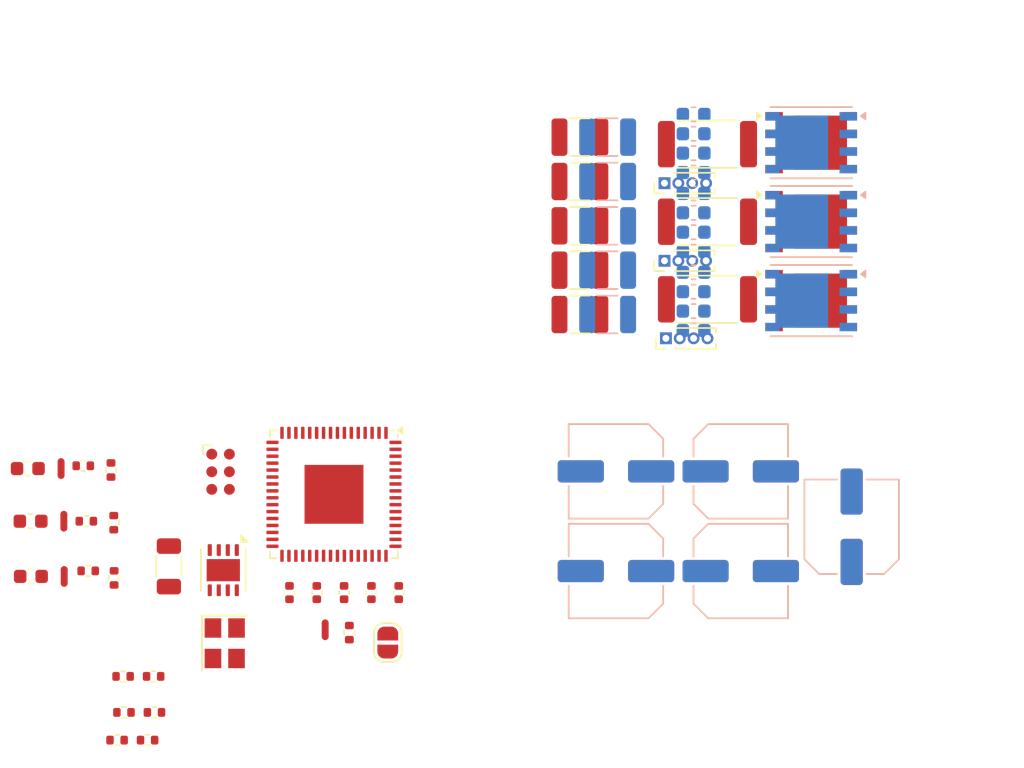
<source format=kicad_pcb>
(kicad_pcb (version 20241229) (generator "pcbnew") (generator_version "9.0")
  (layers (0 "F.Cu" signal) (4 "In1.Cu" power) (6 "In2.Cu" power) (2 "B.Cu" signal) (13 "F.Paste" user) (15 "B.Paste" user) (5 "F.SilkS" user "F.Silkscreen") (7 "B.SilkS" user "B.Silkscreen") (1 "F.Mask" user) (3 "B.Mask" user) (25 "Edge.Cuts" user))
  (net 0 "")
  (net 1 "GND")
  (net 2 "+3V3A")
  (net 3 "/PHA")
  (net 4 "/BSTA")
  (net 5 "/PHB")
  (net 6 "/BSTB")
  (net 7 "/PHC")
  (net 8 "/BSTC")
  (net 9 "/XTALI")
  (net 10 "+5V")
  (net 11 "/XTALR")
  (net 12 "+3V3")
  (net 13 "/SWCLK")
  (net 14 "/SWO")
  (net 15 "/SWDIO")
  (net 16 "/NRST")
  (net 17 "Net-(JP1-B)")
  (net 18 "/CANL")
  (net 19 "GNDPWR")
  (net 20 "/SNSLA")
  (net 21 "/SNSLB")
  (net 22 "/SNSLC")
  (net 23 "VDD")
  (net 24 "Net-(Q1-G)")
  (net 25 "Net-(Q2-S-Pad1)")
  (net 26 "Net-(Q2-G)")
  (net 27 "Net-(Q3-G)")
  (net 28 "Net-(Q4-S-Pad1)")
  (net 29 "Net-(Q4-G)")
  (net 30 "Net-(Q5-G)")
  (net 31 "Net-(Q6-S-Pad1)")
  (net 32 "Net-(Q6-G)")
  (net 33 "/INHA")
  (net 34 "/INLA")
  (net 35 "/SNSHA")
  (net 36 "/INHB")
  (net 37 "/INLB")
  (net 38 "/SNSHB")
  (net 39 "/INHC")
  (net 40 "/INLC")
  (net 41 "/SNSHC")
  (net 42 "/XTALO")
  (net 43 "/CANH")
  (net 47 "/CNRX")
  (net 51 "/CNTX")
  (net 54 "/SCREF")
  (net 78 "/CNSTB")
  (footprint "Resistor_SMD:R_0402_1005Metric" (layer "F.Cu") (at 76.85 82)
    (property "Reference" "R15" (hide yes))
    (property "Value" "10R")
    (pad "1" smd roundrect (at -0.51 0) (size 0.54 0.64) (layers "F.Cu" "F.Mask" "F.Paste") (net 37 "/INLB"))
    (pad "2" smd roundrect (at 0.51 0) (size 0.54 0.64) (layers "F.Cu" "F.Mask" "F.Paste") (net 29 "Net-(Q4-G)"))
  )
  (footprint "Resistor_SMD:R_0402_1005Metric" (layer "F.Cu") (at 76.91 84.6)
    (property "Reference" "R10" (hide yes))
    (property "Value" "10R")
    (pad "1" smd roundrect (at -0.51 0) (size 0.54 0.64) (layers "F.Cu" "F.Mask" "F.Paste") (net 34 "/INLA"))
    (pad "2" smd roundrect (at 0.51 0) (size 0.54 0.64) (layers "F.Cu" "F.Mask" "F.Paste") (net 26 "Net-(Q2-G)"))
  )
  (footprint "Jumper:SolderJumper-2_P1.3mm_Open_RoundedPad1.0x1.5mm" (layer "F.Cu") (at 93.74 79.56 -90)
    (property "Reference" "JP1" (hide yes))
    (property "Value" "SolderJumper_2_Open")
    (pad "1" smd custom (at -0.649999 0 270) (size 1 0.5) (layers "F.Cu" "F.Mask") (net 18 "/CANL") (options (clearance outline) (anchor rect)) (primitives (gr_circle (center 0 0.25) (end 0.5 0.25) (width 0) (fill yes)) (gr_circle (center 0 -0.25) (end 0.5 -0.25) (width 0) (fill yes)) (gr_poly (pts (xy 0.5 0.75) (xy 0 0.75) (xy 0 -0.75) (xy 0.5 -0.75)) (width 0) (fill yes))))
    (pad "2" smd custom (at 0.649999 0 270) (size 1 0.5) (layers "F.Cu" "F.Mask") (net 17 "Net-(JP1-B)") (options (clearance outline) (anchor rect)) (primitives (gr_circle (center 0 0.25) (end 0.5 0.25) (width 0) (fill yes)) (gr_circle (center 0 -0.25) (end 0.5 -0.25) (width 0) (fill yes)) (gr_poly (pts (xy 0 0.75) (xy -0.5 0.75) (xy -0.5 -0.75) (xy 0 -0.75)) (width 0) (fill yes))))
  )
  (footprint "Capacitor_SMD:C_0402_1005Metric" (layer "F.Cu") (at 90.59 75.95 -90)
    (property "Reference" "C15" (hide yes))
    (property "Value" "100n")
    (pad "1" smd roundrect (at -0.48 0 270) (size 0.56 0.62) (layers "F.Cu" "F.Mask" "F.Paste") (net 10 "+5V"))
    (pad "2" smd roundrect (at 0.48 0 270) (size 0.56 0.62) (layers "F.Cu" "F.Mask" "F.Paste") (net 1 "GND"))
  )
  (footprint "MountingHole:MountingHole_3.5mm" (layer "F.Cu") (at 131.6 43.385)
    (property "Reference" "REF**" (hide yes))
    (property "Value" "MountingHole_3.5mm")
    (pad "" np_thru_hole circle (at 0 0) (size 3.5 3.5) (drill 3.5) (layers "*.Cu" "*.Mask"))
  )
  (footprint "Capacitor_SMD:C_0402_1005Metric" (layer "F.Cu") (at 92.56 75.95 -90)
    (property "Reference" "C14" (hide yes))
    (property "Value" "12p")
    (pad "1" smd roundrect (at -0.48 0 270) (size 0.56 0.62) (layers "F.Cu" "F.Mask" "F.Paste") (net 1 "GND"))
    (pad "2" smd roundrect (at 0.48 0 270) (size 0.56 0.62) (layers "F.Cu" "F.Mask" "F.Paste") (net 9 "/XTALI"))
  )
  (footprint "Package_DFN_QFN:Texas_RGC0064B_VQFN-64-1EP_9x9mm_P0.5mm_EP4.25x4.25mm" (layer "F.Cu") (at 89.86 68.86 -90)
    (property "Reference" "U1" (hide yes))
    (property "Value" "STSPIN32G4")
    (pad "1" smd roundrect (at -4.4375 -3.75 270) (size 0.875 0.25) (layers "F.Cu" "F.Mask" "F.Paste") (net 12 "+3V3"))
    (pad "2" smd roundrect (at -4.4375 -3.25 270) (size 0.875 0.25) (layers "F.Cu" "F.Mask" "F.Paste") (net 12 "+3V3"))
    (pad "3" smd roundrect (at -4.4375 -2.75 270) (size 0.875 0.25) (layers "F.Cu" "F.Mask" "F.Paste"))
    (pad "4" smd roundrect (at -4.4375 -2.25 270) (size 0.875 0.25) (layers "F.Cu" "F.Mask" "F.Paste"))
    (pad "5" smd roundrect (at -4.4375 -1.75 270) (size 0.875 0.25) (layers "F.Cu" "F.Mask" "F.Paste"))
    (pad "6" smd roundrect (at -4.4375 -1.25 270) (size 0.875 0.25) (layers "F.Cu" "F.Mask" "F.Paste") (net 9 "/XTALI"))
    (pad "7" smd roundrect (at -4.4375 -0.75 270) (size 0.875 0.25) (layers "F.Cu" "F.Mask" "F.Paste") (net 42 "/XTALO"))
    (pad "8" smd roundrect (at -4.4375 -0.25 270) (size 0.875 0.25) (layers "F.Cu" "F.Mask" "F.Paste") (net 16 "/NRST"))
    (pad "9" smd roundrect (at -4.4375 0.25 270) (size 0.875 0.25) (layers "F.Cu" "F.Mask" "F.Paste"))
    (pad "10" smd roundrect (at -4.4375 0.75 270) (size 0.875 0.25) (layers "F.Cu" "F.Mask" "F.Paste"))
    (pad "11" smd roundrect (at -4.4375 1.25 270) (size 0.875 0.25) (layers "F.Cu" "F.Mask" "F.Paste"))
    (pad "12" smd roundrect (at -4.4375 1.75 270) (size 0.875 0.25) (layers "F.Cu" "F.Mask" "F.Paste"))
    (pad "13" smd roundrect (at -4.4375 2.25 270) (size 0.875 0.25) (layers "F.Cu" "F.Mask" "F.Paste"))
    (pad "14" smd roundrect (at -4.4375 2.75 270) (size 0.875 0.25) (layers "F.Cu" "F.Mask" "F.Paste") (net 35 "/SNSHA"))
    (pad "15" smd roundrect (at -4.4375 3.25 270) (size 0.875 0.25) (layers "F.Cu" "F.Mask" "F.Paste"))
    (pad "16" smd roundrect (at -4.4375 3.75 270) (size 0.875 0.25) (layers "F.Cu" "F.Mask" "F.Paste") (net 20 "/SNSLA"))
    (pad "17" smd roundrect (at -3.75 4.4375 270) (size 0.25 0.875) (layers "F.Cu" "F.Mask" "F.Paste"))
    (pad "18" smd roundrect (at -3.25 4.4375 270) (size 0.25 0.875) (layers "F.Cu" "F.Mask" "F.Paste") (net 21 "/SNSLB"))
    (pad "19" smd roundrect (at -2.75 4.4375 270) (size 0.25 0.875) (layers "F.Cu" "F.Mask" "F.Paste"))
    (pad "20" smd roundrect (at -2.25 4.4375 270) (size 0.25 0.875) (layers "F.Cu" "F.Mask" "F.Paste") (net 38 "/SNSHB"))
    (pad "21" smd roundrect (at -1.75 4.4375 270) (size 0.25 0.875) (layers "F.Cu" "F.Mask" "F.Paste"))
    (pad "22" smd roundrect (at -1.25 4.4375 270) (size 0.25 0.875) (layers "F.Cu" "F.Mask" "F.Paste"))
    (pad "23" smd roundrect (at -0.75 4.4375 270) (size 0.25 0.875) (layers "F.Cu" "F.Mask" "F.Paste") (net 41 "/SNSHC"))
    (pad "24" smd roundrect (at -0.25 4.4375 270) (size 0.25 0.875) (layers "F.Cu" "F.Mask" "F.Paste"))
    (pad "25" smd roundrect (at 0.25 4.4375 270) (size 0.25 0.875) (layers "F.Cu" "F.Mask" "F.Paste") (net 22 "/SNSLC"))
    (pad "26" smd roundrect (at 0.75 4.4375 270) (size 0.25 0.875) (layers "F.Cu" "F.Mask" "F.Paste") (net 2 "+3V3A"))
    (pad "27" smd roundrect (at 1.25 4.4375 270) (size 0.25 0.875) (layers "F.Cu" "F.Mask" "F.Paste") (net 2 "+3V3A"))
    (pad "28" smd roundrect (at 1.75 4.4375 270) (size 0.25 0.875) (layers "F.Cu" "F.Mask" "F.Paste"))
    (pad "29" smd roundrect (at 2.25 4.4375 270) (size 0.25 0.875) (layers "F.Cu" "F.Mask" "F.Paste") (net 34 "/INLA"))
    (pad "30" smd roundrect (at 2.75 4.4375 270) (size 0.25 0.875) (layers "F.Cu" "F.Mask" "F.Paste") (net 37 "/INLB"))
    (pad "31" smd roundrect (at 3.25 4.4375 270) (size 0.25 0.875) (layers "F.Cu" "F.Mask" "F.Paste") (net 40 "/INLC"))
    (pad "32" smd roundrect (at 3.75 4.4375 270) (size 0.25 0.875) (layers "F.Cu" "F.Mask" "F.Paste") (net 19 "GNDPWR"))
    (pad "33" smd roundrect (at 4.4375 3.75 270) (size 0.875 0.25) (layers "F.Cu" "F.Mask" "F.Paste"))
    (pad "34" smd roundrect (at 4.4375 3.25 270) (size 0.875 0.25) (layers "F.Cu" "F.Mask" "F.Paste"))
    (pad "35" smd roundrect (at 4.4375 2.75 270) (size 0.875 0.25) (layers "F.Cu" "F.Mask" "F.Paste") (net 8 "/BSTC"))
    (pad "36" smd roundrect (at 4.4375 2.25 270) (size 0.875 0.25) (layers "F.Cu" "F.Mask" "F.Paste") (net 7 "/PHC"))
    (pad "37" smd roundrect (at 4.4375 1.75 270) (size 0.875 0.25) (layers "F.Cu" "F.Mask" "F.Paste") (net 39 "/INHC"))
    (pad "38" smd roundrect (at 4.4375 1.25 270) (size 0.875 0.25) (layers "F.Cu" "F.Mask" "F.Paste") (net 6 "/BSTB"))
    (pad "39" smd roundrect (at 4.4375 0.75 270) (size 0.875 0.25) (layers "F.Cu" "F.Mask" "F.Paste") (net 5 "/PHB"))
    (pad "40" smd roundrect (at 4.4375 0.25 270) (size 0.875 0.25) (layers "F.Cu" "F.Mask" "F.Paste") (net 36 "/INHB"))
    (pad "41" smd roundrect (at 4.4375 -0.25 270) (size 0.875 0.25) (layers "F.Cu" "F.Mask" "F.Paste") (net 4 "/BSTA"))
    (pad "42" smd roundrect (at 4.4375 -0.75 270) (size 0.875 0.25) (layers "F.Cu" "F.Mask" "F.Paste") (net 3 "/PHA"))
    (pad "43" smd roundrect (at 4.4375 -1.25 270) (size 0.875 0.25) (layers "F.Cu" "F.Mask" "F.Paste") (net 33 "/INHA"))
    (pad "44" smd roundrect (at 4.4375 -1.75 270) (size 0.875 0.25) (layers "F.Cu" "F.Mask" "F.Paste"))
    (pad "45" smd roundrect (at 4.4375 -2.25 270) (size 0.875 0.25) (layers "F.Cu" "F.Mask" "F.Paste"))
    (pad "46" smd roundrect (at 4.4375 -2.75 270) (size 0.875 0.25) (layers "F.Cu" "F.Mask" "F.Paste"))
    (pad "47" smd roundrect (at 4.4375 -3.25 270) (size 0.875 0.25) (layers "F.Cu" "F.Mask" "F.Paste") (net 47 "/CNRX"))
    (pad "48" smd roundrect (at 4.4375 -3.75 270) (size 0.875 0.25) (layers "F.Cu" "F.Mask" "F.Paste") (net 51 "/CNTX"))
    (pad "49" smd roundrect (at 3.75 -4.4375 270) (size 0.25 0.875) (layers "F.Cu" "F.Mask" "F.Paste") (net 15 "/SWDIO"))
    (pad "50" smd roundrect (at 3.25 -4.4375 270) (size 0.25 0.875) (layers "F.Cu" "F.Mask" "F.Paste") (net 13 "/SWCLK"))
    (pad "51" smd roundrect (at 2.75 -4.4375 270) (size 0.25 0.875) (layers "F.Cu" "F.Mask" "F.Paste"))
    (pad "52" smd roundrect (at 2.25 -4.4375 270) (size 0.25 0.875) (layers "F.Cu" "F.Mask" "F.Paste") (net 54 "/SCREF"))
    (pad "53" smd roundrect (at 1.75 -4.4375 270) (size 0.25 0.875) (layers "F.Cu" "F.Mask" "F.Paste"))
    (pad "54" smd roundrect (at 1.25 -4.4375 270) (size 0.25 0.875) (layers "F.Cu" "F.Mask" "F.Paste"))
    (pad "55" smd roundrect (at 0.75 -4.4375 270) (size 0.25 0.875) (layers "F.Cu" "F.Mask" "F.Paste"))
    (pad "56" smd roundrect (at 0.25 -4.4375 270) (size 0.25 0.875) (layers "F.Cu" "F.Mask" "F.Paste"))
    (pad "57" smd roundrect (at -0.25 -4.4375 270) (size 0.25 0.875) (layers "F.Cu" "F.Mask" "F.Paste"))
    (pad "58" smd roundrect (at -0.75 -4.4375 270) (size 0.25 0.875) (layers "F.Cu" "F.Mask" "F.Paste"))
    (pad "59" smd roundrect (at -1.25 -4.4375 270) (size 0.25 0.875) (layers "F.Cu" "F.Mask" "F.Paste") (net 1 "GND"))
    (pad "60" smd roundrect (at -1.75 -4.4375 270) (size 0.25 0.875) (layers "F.Cu" "F.Mask" "F.Paste"))
    (pad "61" smd roundrect (at -2.25 -4.4375 270) (size 0.25 0.875) (layers "F.Cu" "F.Mask" "F.Paste"))
    (pad "62" smd roundrect (at -2.75 -4.4375 270) (size 0.25 0.875) (layers "F.Cu" "F.Mask" "F.Paste"))
    (pad "63" smd roundrect (at -3.25 -4.4375 270) (size 0.25 0.875) (layers "F.Cu" "F.Mask" "F.Paste"))
    (pad "64" smd roundrect (at -3.75 -4.4375 270) (size 0.25 0.875) (layers "F.Cu" "F.Mask" "F.Paste") (net 10 "+5V"))
    (pad "65" smd rect (at 0 0 270) (size 4.25 4.25) (property pad_prop_heatsink) (layers "F.Cu" "F.Mask") (net 1 "GND"))
  )
  (footprint "Connector_PinHeader_1.00mm:PinHeader_1x04_P1.00mm_Vertical" (layer "F.Cu") (at 113.7 46.4 90)
    (property "Reference" "REF**" (hide yes))
    (property "Value" "PinHeader_1x04_P1.00mm_Vertical")
    (pad "1" thru_hole rect (at 0 0 90) (size 0.85 0.85) (drill 0.5) (layers "*.Cu" "*.Mask"))
    (pad "2" thru_hole circle (at 0 1 90) (size 0.85 0.85) (drill 0.5) (layers "*.Cu" "*.Mask"))
    (pad "3" thru_hole circle (at 0 2.000001 90) (size 0.85 0.85) (drill 0.5) (layers "*.Cu" "*.Mask"))
    (pad "4" thru_hole circle (at 0 3 90) (size 0.85 0.85) (drill 0.5) (layers "*.Cu" "*.Mask"))
  )
  (footprint "Capacitor_SMD:C_Elec_6.3x7.7" (layer "F.Cu") (at 110.2 74.4 180)
    (property "Reference" "REF**" (hide yes))
    (property "Value" "C_Elec_6.3x7.7")
    (pad "1" smd roundrect (at -2.537499 0 180) (size 3.325 1.6) (layers "F.Cu" "F.Mask" "F.Paste") (roundrect_rratio 0.15625))
    (pad "2" smd roundrect (at 2.537499 0 180) (size 3.325 1.6) (layers "F.Cu" "F.Mask" "F.Paste") (roundrect_rratio 0.15625))
  )
  (footprint "Resistor_SMD:R_0402_1005Metric" (layer "F.Cu") (at 74.65 82)
    (property "Reference" "R14" (hide yes))
    (property "Value" "10R")
    (pad "1" smd roundrect (at -0.51 0) (size 0.54 0.64) (layers "F.Cu" "F.Mask" "F.Paste") (net 36 "/INHB"))
    (pad "2" smd roundrect (at 0.51 0) (size 0.54 0.64) (layers "F.Cu" "F.Mask" "F.Paste") (net 27 "Net-(Q3-G)"))
  )
  (footprint "Connector_PinHeader_1.00mm:PinHeader_1x04_P1.00mm_Vertical" (layer "F.Cu") (at 113.7 52 90)
    (property "Reference" "REF**" (hide yes))
    (property "Value" "PinHeader_1x04_P1.00mm_Vertical")
    (pad "1" thru_hole rect (at 0 0 90) (size 0.85 0.85) (drill 0.5) (layers "*.Cu" "*.Mask"))
    (pad "2" thru_hole circle (at 0 1 90) (size 0.85 0.85) (drill 0.5) (layers "*.Cu" "*.Mask"))
    (pad "3" thru_hole circle (at 0 2.000001 90) (size 0.85 0.85) (drill 0.5) (layers "*.Cu" "*.Mask"))
    (pad "4" thru_hole circle (at 0 3 90) (size 0.85 0.85) (drill 0.5) (layers "*.Cu" "*.Mask"))
  )
  (footprint "Package_SON:HVSON-8-1EP_3x3mm_P0.65mm_EP1.6x2.4mm" (layer "F.Cu") (at 81.875 74.335 -90)
    (property "Reference" "U2" (hide yes))
    (property "Value" "TJA1044GTK/3")
    (pad "1" smd roundrect (at -1.45 -0.975 270) (size 0.85 0.3) (layers "F.Cu" "F.Mask" "F.Paste") (net 51 "/CNTX"))
    (pad "2" smd roundrect (at -1.45 -0.325 270) (size 0.85 0.3) (layers "F.Cu" "F.Mask" "F.Paste") (net 1 "GND"))
    (pad "3" smd roundrect (at -1.45 0.325 270) (size 0.85 0.3) (layers "F.Cu" "F.Mask" "F.Paste") (net 10 "+5V"))
    (pad "4" smd roundrect (at -1.45 0.975 270) (size 0.85 0.3) (layers "F.Cu" "F.Mask" "F.Paste") (net 47 "/CNRX"))
    (pad "5" smd roundrect (at 1.45 0.975 270) (size 0.85 0.3) (layers "F.Cu" "F.Mask" "F.Paste") (net 12 "+3V3"))
    (pad "6" smd roundrect (at 1.45 0.325 270) (size 0.85 0.3) (layers "F.Cu" "F.Mask" "F.Paste") (net 18 "/CANL"))
    (pad "7" smd roundrect (at 1.45 -0.325 270) (size 0.85 0.3) (layers "F.Cu" "F.Mask" "F.Paste") (net 43 "/CANH"))
    (pad "8" smd roundrect (at 1.45 -0.975 270) (size 0.85 0.3) (layers "F.Cu" "F.Mask" "F.Paste") (net 78 "/CNSTB"))
    (pad "9" smd rect (at 0 0 270) (size 1.6 2.4) (property pad_prop_heatsink) (layers "F.Cu" "F.Mask") (net 1 "GND"))
  )
  (footprint "NetTie:NetTie-2_SMD_Pad0.5mm" (layer "F.Cu") (at 70.4 74.785 90)
    (property "Reference" "NT4" (hide yes))
    (property "Value" "NetTie_2" (hide yes))
    (fp_poly (pts (xy -0.5 -0.25) (xy 0.5 -0.25) (xy 0.5 0.25) (xy -0.5 0.25)) (fill yes) (layer "F.Cu"))
    (pad "1" smd circle (at -0.5 0 90) (size 0.5 0.5) (layers "F.Cu") (net 19 "GNDPWR"))
    (pad "2" smd circle (at 0.5 0 90) (size 0.5 0.5) (layers "F.Cu") (net 21 "/SNSLB"))
  )
  (footprint "Capacitor_SMD:C_0603_1608Metric" (layer "F.Cu") (at 67.975 70.8)
    (property "Reference" "C13" (hide yes))
    (property "Value" "470n")
    (pad "1" smd roundrect (at -0.775 0) (size 0.9 0.95) (layers "F.Cu" "F.Mask" "F.Paste") (net 8 "/BSTC"))
    (pad "2" smd roundrect (at 0.775 0) (size 0.9 0.95) (layers "F.Cu" "F.Mask" "F.Paste") (net 7 "/PHC"))
  )
  (footprint "NetTie:NetTie-2_SMD_Pad0.5mm" (layer "F.Cu") (at 70.175 67 90)
    (property "Reference" "NT3" (hide yes))
    (property "Value" "NetTie_2" (hide yes))
    (fp_poly (pts (xy -0.5 -0.25) (xy 0.5 -0.25) (xy 0.5 0.25) (xy -0.5 0.25)) (fill yes) (layer "F.Cu"))
    (pad "1" smd circle (at -0.499999 0 90) (size 0.5 0.5) (layers "F.Cu") (net 19 "GNDPWR"))
    (pad "2" smd circle (at 0.499999 0 90) (size 0.5 0.5) (layers "F.Cu") (net 20 "/SNSLA"))
  )
  (footprint "NetTie:NetTie-2_SMD_Pad0.5mm" (layer "F.Cu") (at 70.375 70.8 90)
    (property "Reference" "NT5" (hide yes))
    (property "Value" "NetTie_2" (hide yes))
    (fp_poly (pts (xy -0.5 -0.25) (xy 0.5 -0.25) (xy 0.5 0.25) (xy -0.5 0.25)) (fill yes) (layer "F.Cu"))
    (pad "1" smd circle (at -0.5 0 90) (size 0.5 0.5) (layers "F.Cu") (net 19 "GNDPWR"))
    (pad "2" smd circle (at 0.5 0 90) (size 0.5 0.5) (layers "F.Cu") (net 22 "/SNSLC"))
  )
  (footprint "Capacitor_SMD:C_0402_1005Metric" (layer "F.Cu") (at 94.53 75.95 -90)
    (property "Reference" "C5" (hide yes))
    (property "Value" "100n")
    (pad "1" smd roundrect (at -0.48 0 270) (size 0.56 0.62) (layers "F.Cu" "F.Mask" "F.Paste") (net 2 "+3V3A"))
    (pad "2" smd roundrect (at 0.48 0 270) (size 0.56 0.62) (layers "F.Cu" "F.Mask" "F.Paste") (net 1 "GND"))
  )
  (footprint "Resistor_SMD:R_0402_1005Metric" (layer "F.Cu") (at 74.71 84.6)
    (property "Reference" "R9" (hide yes))
    (property "Value" "10R")
    (pad "1" smd roundrect (at -0.51 0) (size 0.54 0.64) (layers "F.Cu" "F.Mask" "F.Paste") (net 33 "/INHA"))
    (pad "2" smd roundrect (at 0.51 0) (size 0.54 0.64) (layers "F.Cu" "F.Mask" "F.Paste") (net 24 "Net-(Q1-G)"))
  )
  (footprint "Connector:Tag-Connect_TC2030-IDC-NL_2x03_P1.27mm_Vertical" (layer "F.Cu") (at 81.68 67.23 -90)
    (property "Reference" "J1" (hide yes))
    (property "Value" "Conn_ARM_SWD_TagConnect_TC2030-NL")
    (pad "" np_thru_hole circle (at -2.54 0 270) (size 0.9906 0.9906) (drill 0.9906) (layers "*.Cu" "*.Mask"))
    (pad "" np_thru_hole circle (at 2.54 -1.016 270) (size 0.9906 0.9906) (drill 0.9906) (layers "*.Cu" "*.Mask"))
    (pad "" np_thru_hole circle (at 2.54 1.016 270) (size 0.9906 0.9906) (drill 0.9906) (layers "*.Cu" "*.Mask"))
    (pad "1" connect circle (at -1.27 0.635 270) (size 0.7874 0.7874) (layers "F.Cu" "F.Mask") (net 12 "+3V3"))
    (pad "2" connect circle (at -1.27 -0.635 270) (size 0.7874 0.7874) (layers "F.Cu" "F.Mask") (net 15 "/SWDIO"))
    (pad "3" connect circle (at 0 0.635 270) (size 0.7874 0.7874) (layers "F.Cu" "F.Mask") (net 16 "/NRST"))
    (pad "4" connect circle (at 0 -0.635 270) (size 0.7874 0.7874) (layers "F.Cu" "F.Mask") (net 13 "/SWCLK"))
    (pad "5" connect circle (at 1.27 0.635 270) (size 0.7874 0.7874) (layers "F.Cu" "F.Mask") (net 1 "GND"))
    (pad "6" connect circle (at 1.27 -0.635 270) (size 0.7874 0.7874) (layers "F.Cu" "F.Mask") (net 14 "/SWO"))
  )
  (footprint "MountingHole:MountingHole_3.5mm" (layer "F.Cu") (at 131.6 49.08)
    (property "Reference" "REF**" (hide yes))
    (property "Value" "MountingHole_3.5mm")
    (pad "" np_thru_hole circle (at 0 0) (size 3.5 3.5) (drill 3.5) (layers "*.Cu" "*.Mask"))
  )
  (footprint "Capacitor_SMD:C_1210_3225Metric" (layer "F.Cu") (at 107.6 52.680001 180)
    (property "Reference" "REF**" (hide yes))
    (property "Value" "C_1210_3225Metric")
    (pad "1" smd roundrect (at -1.475001 0 180) (size 1.15 2.7) (layers "F.Cu" "F.Mask" "F.Paste") (roundrect_rratio 0.217391))
    (pad "2" smd roundrect (at 1.475001 0 180) (size 1.15 2.7) (layers "F.Cu" "F.Mask" "F.Paste") (roundrect_rratio 0.217391))
  )
  (footprint "Resistor_SMD:R_0402_1005Metric" (layer "F.Cu") (at 74 74.89 90)
    (property "Reference" "R17" (hide yes))
    (property "Value" "100R")
    (pad "1" smd roundrect (at -0.51 0 90) (size 0.54 0.64) (layers "F.Cu" "F.Mask" "F.Paste") (net 28 "Net-(Q4-S-Pad1)"))
    (pad "2" smd roundrect (at 0.51 0 90) (size 0.54 0.64) (layers "F.Cu" "F.Mask" "F.Paste") (net 38 "/SNSHB"))
  )
  (footprint "Capacitor_SMD:C_Elec_6.3x7.7" (layer "F.Cu") (at 127.2 71.2 90)
    (property "Reference" "REF**" (hide yes))
    (property "Value" "C_Elec_6.3x7.7")
    (pad "1" smd roundrect (at -2.537499 0 90) (size 3.325 1.6) (layers "F.Cu" "F.Mask" "F.Paste") (roundrect_rratio 0.15625))
    (pad "2" smd roundrect (at 2.537499 0 90) (size 3.325 1.6) (layers "F.Cu" "F.Mask" "F.Paste") (roundrect_rratio 0.15625))
  )
  (footprint "MountingHole:MountingHole_3.5mm" (layer "F.Cu") (at 97.4 54.8)
    (property "Reference" "REF**" (hide yes))
    (property "Value" "MountingHole_3.5mm")
    (pad "" np_thru_hole circle (at 0 0) (size 3.5 3.5) (drill 3.5) (layers "*.Cu" "*.Mask"))
  )
  (footprint "MountingHole:MountingHole_3.5mm" (layer "F.Cu") (at 97.4 43.4)
    (property "Reference" "REF**" (hide yes))
    (property "Value" "MountingHole_3.5mm")
    (pad "" np_thru_hole circle (at 0 0) (size 3.5 3.5) (drill 3.5) (layers "*.Cu" "*.Mask"))
  )
  (footprint "Resistor_SMD:R_0402_1005Metric" (layer "F.Cu") (at 73.775 67.105 90)
    (property "Reference" "R12" (hide yes))
    (property "Value" "100R")
    (pad "1" smd roundrect (at -0.509999 0 90) (size 0.54 0.64) (layers "F.Cu" "F.Mask" "F.Paste") (net 25 "Net-(Q2-S-Pad1)"))
    (pad "2" smd roundrect (at 0.509999 0 90) (size 0.54 0.64) (layers "F.Cu" "F.Mask" "F.Paste") (net 35 "/SNSHA"))
  )
  (footprint "Capacitor_SMD:C_Elec_6.3x7.7" (layer "F.Cu") (at 110.2 67.2 180)
    (property "Reference" "REF**" (hide yes))
    (property "Value" "C_Elec_6.3x7.7")
    (pad "1" smd roundrect (at -2.537499 0 180) (size 3.325 1.6) (layers "F.Cu" "F.Mask" "F.Paste") (roundrect_rratio 0.15625))
    (pad "2" smd roundrect (at 2.537499 0 180) (size 3.325 1.6) (layers "F.Cu" "F.Mask" "F.Paste") (roundrect_rratio 0.15625))
  )
  (footprint "Resistor_SMD:R_0402_1005Metric" (layer "F.Cu") (at 71.775 66.8)
    (property "Reference" "R13" (hide yes))
    (property "Value" "3k3")
    (pad "1" smd roundrect (at -0.51 0) (size 0.54 0.64) (layers "F.Cu" "F.Mask" "F.Paste") (net 2 "+3V3A"))
    (pad "2" smd roundrect (at 0.51 0) (size 0.54 0.64) (layers "F.Cu" "F.Mask" "F.Paste") (net 35 "/SNSHA"))
  )
  (footprint "Resistor_SMD:R_2512_6332Metric" (layer "F.Cu") (at 116.8 49.185 180)
    (property "Reference" "R21" (hide yes))
    (property "Value" "1m")
    (pad "1" smd roundrect (at -2.9625 0 180) (size 1.225 3.35) (layers "F.Cu" "F.Mask" "F.Paste") (roundrect_rratio 0.204082) (net 31 "Net-(Q6-S-Pad1)"))
    (pad "2" smd roundrect (at 2.9625 0 180) (size 1.225 3.35) (layers "F.Cu" "F.Mask" "F.Paste") (roundrect_rratio 0.204082) (net 19 "GNDPWR"))
  )
  (footprint "Resistor_SMD:R_2512_6332Metric" (layer "F.Cu") (at 116.8 54.785 180)
    (property "Reference" "R16" (hide yes))
    (property "Value" "1m")
    (pad "1" smd roundrect (at -2.9625 0 180) (size 1.225 3.35) (layers "F.Cu" "F.Mask" "F.Paste") (roundrect_rratio 0.204082) (net 28 "Net-(Q4-S-Pad1)"))
    (pad "2" smd roundrect (at 2.9625 0 180) (size 1.225 3.35) (layers "F.Cu" "F.Mask" "F.Paste") (roundrect_rratio 0.204082) (net 19 "GNDPWR"))
  )
  (footprint "Package_SO:PowerPAK_SO-8_Single" (layer "F.Cu") (at 124.27 49.175)
    (property "Reference" "Q6" (hide yes))
    (property "Value" "NTMFS6H801NLT1G")
    (pad "1" smd rect (at -2.67 -1.905) (size 1.27 0.61) (layers "F.Cu" "F.Mask" "F.Paste") (net 31 "Net-(Q6-S-Pad1)"))
    (pad "2" smd rect (at -2.67 -0.635) (size 1.27 0.61) (layers "F.Cu" "F.Mask" "F.Paste") (net 31 "Net-(Q6-S-Pad1)"))
    (pad "3" smd rect (at -2.67 0.635) (size 1.27 0.61) (layers "F.Cu" "F.Mask" "F.Paste") (net 31 "Net-(Q6-S-Pad1)"))
    (pad "4" smd rect (at -2.67 1.905) (size 1.27 0.61) (layers "F.Cu" "F.Mask" "F.Paste") (net 32 "Net-(Q6-G)"))
    (pad "5" smd rect (at 0.69 0) (size 3.81 3.91) (layers "F.Cu" "F.Mask" "F.Paste") (net 7 "/PHC"))
    (pad "5" smd rect (at 2.795 -1.905) (size 1.02 0.61) (layers "F.Cu" "F.Mask" "F.Paste") (net 7 "/PHC"))
    (pad "5" smd rect (at 2.795 -0.635) (size 1.02 0.61) (layers "F.Cu" "F.Mask" "F.Paste") (net 7 "/PHC"))
    (pad "5" smd rect (at 2.795 0.635) (size 1.02 0.61) (layers "F.Cu" "F.Mask" "F.Paste") (net 7 "/PHC"))
    (pad "5" smd rect (at 2.795 1.905) (size 1.02 0.61) (layers "F.Cu" "F.Mask" "F.Paste") (net 7 "/PHC"))
  )
  (footprint "Capacitor_SMD:C_Elec_6.3x7.7" (layer "F.Cu") (at 119.2 67.2)
    (property "Reference" "REF**" (hide yes))
    (property "Value" "C_Elec_6.3x7.7")
    (pad "1" smd roundrect (at -2.537499 0) (size 3.325 1.6) (layers "F.Cu" "F.Mask" "F.Paste") (roundrect_rratio 0.15625))
    (pad "2" smd roundrect (at 2.537499 0) (size 3.325 1.6) (layers "F.Cu" "F.Mask" "F.Paste") (roundrect_rratio 0.15625))
  )
  (footprint "Capacitor_SMD:C_1210_3225Metric" (layer "F.Cu") (at 107.6 49.480001 180)
    (property "Reference" "REF**" (hide yes))
    (property "Value" "C_1210_3225Metric")
    (pad "1" smd roundrect (at -1.475001 0 180) (size 1.15 2.7) (layers "F.Cu" "F.Mask" "F.Paste") (roundrect_rratio 0.217391))
    (pad "2" smd roundrect (at 1.475001 0 180) (size 1.15 2.7) (layers "F.Cu" "F.Mask" "F.Paste") (roundrect_rratio 0.217391))
  )
  (footprint "Capacitor_SMD:C_1210_3225Metric" (layer "F.Cu") (at 107.6 55.88 180)
    (property "Reference" "REF**" (hide yes))
    (property "Value" "C_1210_3225Metric")
    (pad "1" smd roundrect (at -1.475001 0 180) (size 1.15 2.7) (layers "F.Cu" "F.Mask" "F.Paste") (roundrect_rratio 0.217391))
    (pad "2" smd roundrect (at 1.475001 0 180) (size 1.15 2.7) (layers "F.Cu" "F.Mask" "F.Paste") (roundrect_rratio 0.217391))
  )
  (footprint "Capacitor_SMD:C_0603_1608Metric" (layer "F.Cu") (at 67.775 67)
    (property "Reference" "C11" (hide yes))
    (property "Value" "470n")
    (pad "1" smd roundrect (at -0.775 0) (size 0.9 0.95) (layers "F.Cu" "F.Mask" "F.Paste") (net 4 "/BSTA"))
    (pad "2" smd roundrect (at 0.775 0) (size 0.9 0.95) (layers "F.Cu" "F.Mask" "F.Paste") (net 3 "/PHA"))
  )
  (footprint "Capacitor_SMD:C_1210_3225Metric" (layer "F.Cu") (at 107.6 43.08 180)
    (property "Reference" "REF**" (hide yes))
    (property "Value" "C_1210_3225Metric")
    (pad "1" smd roundrect (at -1.475001 0 180) (size 1.15 2.7) (layers "F.Cu" "F.Mask" "F.Paste") (roundrect_rratio 0.217391))
    (pad "2" smd roundrect (at 1.475001 0 180) (size 1.15 2.7) (layers "F.Cu" "F.Mask" "F.Paste") (roundrect_rratio 0.217391))
  )
  (footprint "Resistor_SMD:R_0402_1005Metric" (layer "F.Cu") (at 74.215 86.6)
    (property "Reference" "R19" (hide yes))
    (property "Value" "10R")
    (pad "1" smd roundrect (at -0.51 0) (size 0.54 0.64) (layers "F.Cu" "F.Mask" "F.Paste") (net 39 "/INHC"))
    (pad "2" smd roundrect (at 0.51 0) (size 0.54 0.64) (layers "F.Cu" "F.Mask" "F.Paste") (net 30 "Net-(Q5-G)"))
  )
  (footprint "Capacitor_SMD:C_0402_1005Metric" (layer "F.Cu") (at 88.62 75.95 -90)
    (property "Reference" "C16" (hide yes))
    (property "Value" "12p")
    (pad "1" smd roundrect (at -0.48 0 270) (size 0.56 0.62) (layers "F.Cu" "F.Mask" "F.Paste") (net 1 "GND"))
    (pad "2" smd roundrect (at 0.48 0 270) (size 0.56 0.62) (layers "F.Cu" "F.Mask" "F.Paste") (net 11 "/XTALR"))
  )
  (footprint "Resistor_SMD:R_1206_3216Metric" (layer "F.Cu") (at 77.95 74.06 -90)
    (property "Reference" "R25" (hide yes))
    (property "Value" "120")
    (pad "1" smd roundrect (at -1.4625 0 270) (size 1.125 1.75) (layers "F.Cu" "F.Mask" "F.Paste") (roundrect_rratio 0.222222) (net 43 "/CANH"))
    (pad "2" smd roundrect (at 1.4625 0 270) (size 1.125 1.75) (layers "F.Cu" "F.Mask" "F.Paste") (roundrect_rratio 0.222222) (net 17 "Net-(JP1-B)"))
  )
  (footprint "Capacitor_SMD:C_1210_3225Metric" (layer "F.Cu") (at 107.6 46.279999 180)
    (property "Reference" "REF**" (hide yes))
    (property "Value" "C_1210_3225Metric")
    (pad "1" smd roundrect (at -1.475001 0 180) (size 1.15 2.7) (layers "F.Cu" "F.Mask" "F.Paste") (roundrect_rratio 0.217391))
    (pad "2" smd roundrect (at 1.475001 0 180) (size 1.15 2.7) (layers "F.Cu" "F.Mask" "F.Paste") (roundrect_rratio 0.217391))
  )
  (footprint "Crystal:Crystal_SMD_3225-4Pin_3.2x2.5mm" (layer "F.Cu") (at 81.98 79.61 -90)
    (property "Reference" "Y1" (hide yes))
    (property "Value" "16MHz")
    (pad "1" smd rect (at -1.1 0.85 270) (size 1.4 1.2) (layers "F.Cu" "F.Mask" "F.Paste") (net 9 "/XTALI"))
    (pad "2" smd rect (at 1.1 0.85 270) (size 1.4 1.2) (layers "F.Cu" "F.Mask" "F.Paste") (net 1 "GND"))
    (pad "3" smd rect (at 1.1 -0.85 270) (size 1.4 1.2) (layers "F.Cu" "F.Mask" "F.Paste") (net 11 "/XTALR"))
    (pad "4" smd rect (at -1.1 -0.85 270) (size 1.4 1.2) (layers "F.Cu" "F.Mask" "F.Paste") (net 1 "GND"))
  )
  (footprint "Capacitor_SMD:C_0603_1608Metric" (layer "F.Cu") (at 68 74.785)
    (property "Reference" "C12" (hide yes))
    (property "Value" "470n")
    (pad "1" smd roundrect (at -0.775 0) (size 0.9 0.95) (layers "F.Cu" "F.Mask" "F.Paste") (net 6 "/BSTB"))
    (pad "2" smd roundrect (at 0.775 0) (size 0.9 0.95) (layers "F.Cu" "F.Mask" "F.Paste") (net 5 "/PHB"))
  )
  (footprint "Resistor_SMD:R_0402_1005Metric" (layer "F.Cu") (at 90.97 78.84 -90)
    (property "Reference" "R24" (hide yes))
    (property "Value" "1k")
    (pad "1" smd roundrect (at -0.509999 0 270) (size 0.54 0.64) (layers "F.Cu" "F.Mask" "F.Paste") (net 11 "/XTALR"))
    (pad "2" smd roundrect (at 0.509999 0 270) (size 0.54 0.64) (layers "F.Cu" "F.Mask" "F.Paste") (net 42 "/XTALO"))
  )
  (footprint "Resistor_SMD:R_0402_1005Metric" (layer "F.Cu") (at 76.415 86.6)
    (property "Reference" "R20" (hide yes))
    (property "Value" "10R")
    (pad "1" smd roundrect (at -0.51 0) (size 0.54 0.64) (layers "F.Cu" "F.Mask" "F.Paste") (net 40 "/INLC"))
    (pad "2" smd roundrect (at 0.51 0) (size 0.54 0.64) (layers "F.Cu" "F.Mask" "F.Paste") (net 32 "Net-(Q6-G)"))
  )
  (footprint "Package_SO:PowerPAK_SO-8_Single" (layer "F.Cu") (at 124.27 43.48)
    (property "Reference" "Q2" (hide yes))
    (property "Value" "NTMFS6H801NLT1G")
    (pad "1" smd rect (at -2.67 -1.905) (size 1.27 0.61) (layers "F.Cu" "F.Mask" "F.Paste") (net 25 "Net-(Q2-S-Pad1)"))
    (pad "2" smd rect (at -2.67 -0.635) (size 1.27 0.61) (layers "F.Cu" "F.Mask" "F.Paste") (net 25 "Net-(Q2-S-Pad1)"))
    (pad "3" smd rect (at -2.67 0.635) (size 1.27 0.61) (layers "F.Cu" "F.Mask" "F.Paste") (net 25 "Net-(Q2-S-Pad1)"))
    (pad "4" smd rect (at -2.67 1.905) (size 1.27 0.61) (layers "F.Cu" "F.Mask" "F.Paste") (net 26 "Net-(Q2-G)"))
    (pad "5" smd rect (at 0.69 0) (size 3.81 3.91) (layers "F.Cu" "F.Mask" "F.Paste") (net 3 "/PHA"))
    (pad "5" smd rect (at 2.795 -1.905) (size 1.02 0.61) (layers "F.Cu" "F.Mask" "F.Paste") (net 3 "/PHA"))
    (pad "5" smd rect (at 2.795 -0.635) (size 1.02 0.61) (layers "F.Cu" "F.Mask" "F.Paste") (net 3 "/PHA"))
    (pad "5" smd rect (at 2.795 0.635) (size 1.02 0.61) (layers "F.Cu" "F.Mask" "F.Paste") (net 3 "/PHA"))
    (pad "5" smd rect (at 2.795 1.905) (size 1.02 0.61) (layers "F.Cu" "F.Mask" "F.Paste") (net 3 "/PHA"))
  )
  (footprint "Package_SO:PowerPAK_SO-8_Single" (layer "F.Cu") (at 124.27 54.88)
    (property "Reference" "Q4" (hide yes))
    (property "Value" "NTMFS6H801NLT1G")
    (pad "1" smd rect (at -2.67 -1.905) (size 1.27 0.61) (layers "F.Cu" "F.Mask" "F.Paste") (net 28 "Net-(Q4-S-Pad1)"))
    (pad "2" smd rect (at -2.67 -0.635) (size 1.27 0.61) (layers "F.Cu" "F.Mask" "F.Paste") (net 28 "Net-(Q4-S-Pad1)"))
    (pad "3" smd rect (at -2.67 0.635) (size 1.27 0.61) (layers "F.Cu" "F.Mask" "F.Paste") (net 28 "Net-(Q4-S-Pad1)"))
    (pad "4" smd rect (at -2.67 1.905) (size 1.27 0.61) (layers "F.Cu" "F.Mask" "F.Paste") (net 29 "Net-(Q4-G)"))
    (pad "5" smd rect (at 0.69 0) (size 3.81 3.91) (layers "F.Cu" "F.Mask" "F.Paste") (net 5 "/PHB"))
    (pad "5" smd rect (at 2.795 -1.905) (size 1.02 0.61) (layers "F.Cu" "F.Mask" "F.Paste") (net 5 "/PHB"))
    (pad "5" smd rect (at 2.795 -0.635) (size 1.02 0.61) (layers "F.Cu" "F.Mask" "F.Paste") (net 5 "/PHB"))
    (pad "5" smd rect (at 2.795 0.635) (size 1.02 0.61) (layers "F.Cu" "F.Mask" "F.Paste") (net 5 "/PHB"))
    (pad "5" smd rect (at 2.795 1.905) (size 1.02 0.61) (layers "F.Cu" "F.Mask" "F.Paste") (net 5 "/PHB"))
  )
  (footprint "Resistor_SMD:R_0402_1005Metric" (layer "F.Cu") (at 73.975 70.905 90)
    (property "Reference" "R22" (hide yes))
    (property "Value" "100R")
    (pad "1" smd roundrect (at -0.51 0 90) (size 0.54 0.64) (layers "F.Cu" "F.Mask" "F.Paste") (net 31 "Net-(Q6-S-Pad1)"))
    (pad "2" smd roundrect (at 0.51 0 90) (size 0.54 0.64) (layers "F.Cu" "F.Mask" "F.Paste") (net 41 "/SNSHC"))
  )
  (footprint "Resistor_SMD:R_0402_1005Metric" (layer "F.Cu") (at 72.13 74.385)
    (property "Reference" "R18" (hide yes))
    (property "Value" "3k3")
    (pad "1" smd roundrect (at -0.51 0) (size 0.54 0.64) (layers "F.Cu" "F.Mask" "F.Paste") (net 2 "+3V3A"))
    (pad "2" smd roundrect (at 0.51 0) (size 0.54 0.64) (layers "F.Cu" "F.Mask" "F.Paste") (net 38 "/SNSHB"))
  )
  (footprint "Connector_PinHeader_1.00mm:PinHeader_1x04_P1.00mm_Vertical" (layer "F.Cu") (at 113.8 57.6 90)
    (property "Reference" "REF**" (hide yes))
    (property "Value" "PinHeader_1x04_P1.00mm_Vertical")
    (pad "1" thru_hole rect (at 0 0 90) (size 0.85 0.85) (drill 0.5) (layers "*.Cu" "*.Mask"))
    (pad "2" thru_hole circle (at 0 1 90) (size 0.85 0.85) (drill 0.5) (layers "*.Cu" "*.Mask"))
    (pad "3" thru_hole circle (at 0 2.000001 90) (size 0.85 0.85) (drill 0.5) (layers "*.Cu" "*.Mask"))
    (pad "4" thru_hole circle (at 0 3 90) (size 0.85 0.85) (drill 0.5) (layers "*.Cu" "*.Mask"))
  )
  (footprint "Resistor_SMD:R_2512_6332Metric" (layer "F.Cu") (at 116.8 43.585 180)
    (property "Reference" "R11" (hide yes))
    (property "Value" "1m")
    (pad "1" smd roundrect (at -2.9625 0 180) (size 1.225 3.35) (layers "F.Cu" "F.Mask" "F.Paste") (roundrect_rratio 0.204082) (net 25 "Net-(Q2-S-Pad1)"))
    (pad "2" smd roundrect (at 2.9625 0 180) (size 1.225 3.35) (layers "F.Cu" "F.Mask" "F.Paste") (roundrect_rratio 0.204082) (net 19 "GNDPWR"))
  )
  (footprint "Resistor_SMD:R_0402_1005Metric" (layer "F.Cu") (at 71.995 70.8)
    (property "Reference" "R23" (hide yes))
    (property "Value" "3k3")
    (pad "1" smd roundrect (at -0.51 0) (size 0.54 0.64) (layers "F.Cu" "F.Mask" "F.Paste") (net 2 "+3V3A"))
    (pad "2" smd roundrect (at 0.51 0) (size 0.54 0.64) (layers "F.Cu" "F.Mask" "F.Paste") (net 41 "/SNSHC"))
  )
  (footprint "MountingHole:MountingHole_3.5mm" (layer "F.Cu") (at 131.6 54.785)
    (property "Reference" "REF**" (hide yes))
    (property "Value" "MountingHole_3.5mm")
    (pad "" np_thru_hole circle (at 0 0) (size 3.5 3.5) (drill 3.5) (layers "*.Cu" "*.Mask"))
  )
  (footprint "Capacitor_SMD:C_Elec_6.3x7.7" (layer "F.Cu") (at 119.2 74.4)
    (property "Reference" "REF**" (hide yes))
    (property "Value" "C_Elec_6.3x7.7")
    (pad "1" smd roundrect (at -2.5375 0) (size 3.325 1.6) (layers "F.Cu" "F.Mask" "F.Paste") (roundrect_rratio 0.15625))
    (pad "2" smd roundrect (at 2.5375 0) (size 3.325 1.6) (layers "F.Cu" "F.Mask" "F.Paste") (roundrect_rratio 0.15625))
  )
  (footprint "Capacitor_SMD:C_0402_1005Metric" (layer "F.Cu") (at 86.65 75.95 -90)
    (property "Reference" "C17" (hide yes))
    (property "Value" "100n")
    (pad "1" smd roundrect (at -0.48 0 270) (size 0.56 0.62) (layers "F.Cu" "F.Mask" "F.Paste") (net 12 "+3V3"))
    (pad "2" smd roundrect (at 0.48 0 270) (size 0.56 0.62) (layers "F.Cu" "F.Mask" "F.Paste") (net 1 "GND"))
  )
  (footprint "NetTie:NetTie-2_SMD_Pad0.5mm" (layer "F.Cu") (at 89.224999 78.635 -90)
    (property "Reference" "NT2" (hide yes))
    (property "Value" "NetTie_2" (hide yes))
    (fp_poly (pts (xy -0.5 -0.25) (xy 0.5 -0.25) (xy 0.5 0.25) (xy -0.5 0.25)) (fill yes) (layer "F.Cu"))
    (pad "1" smd circle (at -0.499999 0 270) (size 0.5 0.5) (layers "F.Cu") (net 19 "GNDPWR"))
    (pad "2" smd circle (at 0.499999 0 270) (size 0.5 0.5) (layers "F.Cu") (net 1 "GND"))
  )
  (footprint "Capacitor_SMD:C_0603_1608Metric" (layer "B.Cu") (at 115.8 42.835)
    (property "Reference" "REF**" (hide yes))
    (property "Value" "C_0603_1608Metric")
    (pad "1" smd roundrect (at -0.775 0) (size 0.9 0.95) (layers "B.Cu" "B.Mask" "B.Paste"))
    (pad "2" smd roundrect (at 0.775 0) (size 0.9 0.95) (layers "B.Cu" "B.Mask" "B.Paste"))
  )
  (footprint "Capacitor_SMD:C_0603_1608Metric" (layer "B.Cu") (at 115.8 52.835)
    (property "Reference" "REF**" (hide yes))
    (property "Value" "C_0603_1608Metric")
    (pad "1" smd roundrect (at -0.775 0) (size 0.9 0.95) (layers "B.Cu" "B.Mask" "B.Paste"))
    (pad "2" smd roundrect (at 0.775 0) (size 0.9 0.95) (layers "B.Cu" "B.Mask" "B.Paste"))
  )
  (footprint "Capacitor_SMD:C_Elec_6.3x7.7" (layer "B.Cu") (at 127.2 71.2 90)
    (property "Reference" "REF**" (hide yes))
    (property "Value" "C_Elec_6.3x7.7")
    (pad "1" smd roundrect (at -2.537499 0 90) (size 3.325 1.6) (layers "B.Cu" "B.Mask" "B.Paste") (roundrect_rratio 0.15625))
    (pad "2" smd roundrect (at 2.537499 0 90) (size 3.325 1.6) (layers "B.Cu" "B.Mask" "B.Paste") (roundrect_rratio 0.15625))
  )
  (footprint "Package_SO:PowerPAK_SO-8_Single" (layer "B.Cu") (at 124.29 43.48 180)
    (property "Reference" "Q1" (hide yes))
    (property "Value" "NTMFS6H801NLT1G")
    (pad "1" smd rect (at -2.670001 1.905 180) (size 1.27 0.61) (layers "B.Cu" "B.Mask" "B.Paste") (net 3 "/PHA"))
    (pad "2" smd rect (at -2.67 0.635 180) (size 1.27 0.61) (layers "B.Cu" "B.Mask" "B.Paste") (net 3 "/PHA"))
    (pad "3" smd rect (at -2.67 -0.635 180) (size 1.27 0.61) (layers "B.Cu" "B.Mask" "B.Paste") (net 3 "/PHA"))
    (pad "4" smd rect (at -2.670001 -1.905 180) (size 1.27 0.61) (layers "B.Cu" "B.Mask" "B.Paste") (net 24 "Net-(Q1-G)"))
    (pad "5" smd rect (at 0.69 0 180) (size 3.81 3.91) (layers "B.Cu" "B.Mask" "B.Paste") (net 23 "VDD"))
    (pad "5" smd rect (at 2.795 -1.905 180) (size 1.02 0.61) (layers "B.Cu" "B.Mask" "B.Paste") (net 23 "VDD"))
    (pad "5" smd rect (at 2.795 -0.635 180) (size 1.02 0.61) (layers "B.Cu" "B.Mask" "B.Paste") (net 23 "VDD"))
    (pad "5" smd rect (at 2.795 0.635 180) (size 1.02 0.61) (layers "B.Cu" "B.Mask" "B.Paste") (net 23 "VDD"))
    (pad "5" smd rect (at 2.795 1.905 180) (size 1.02 0.61) (layers "B.Cu" "B.Mask" "B.Paste") (net 23 "VDD"))
  )
  (footprint "Capacitor_SMD:C_1210_3225Metric" (layer "B.Cu") (at 109.6 52.68 180)
    (property "Reference" "REF**" (hide yes))
    (property "Value" "C_1210_3225Metric")
    (pad "1" smd roundrect (at -1.475001 0 180) (size 1.15 2.7) (layers "B.Cu" "B.Mask" "B.Paste") (roundrect_rratio 0.217391))
    (pad "2" smd roundrect (at 1.475001 0 180) (size 1.15 2.7) (layers "B.Cu" "B.Mask" "B.Paste") (roundrect_rratio 0.217391))
  )
  (footprint "Capacitor_SMD:C_0603_1608Metric" (layer "B.Cu") (at 115.8 55.635)
    (property "Reference" "REF**" (hide yes))
    (property "Value" "C_0603_1608Metric")
    (pad "1" smd roundrect (at -0.775 0) (size 0.9 0.95) (layers "B.Cu" "B.Mask" "B.Paste"))
    (pad "2" smd roundrect (at 0.775 0) (size 0.9 0.95) (layers "B.Cu" "B.Mask" "B.Paste"))
  )
  (footprint "Capacitor_SMD:C_0603_1608Metric" (layer "B.Cu") (at 115.8 47.14)
    (property "Reference" "REF**" (hide yes))
    (property "Value" "C_0603_1608Metric")
    (pad "1" smd roundrect (at -0.775 0) (size 0.9 0.95) (layers "B.Cu" "B.Mask" "B.Paste"))
    (pad "2" smd roundrect (at 0.775 0) (size 0.9 0.95) (layers "B.Cu" "B.Mask" "B.Paste"))
  )
  (footprint "Capacitor_SMD:C_0603_1608Metric" (layer "B.Cu") (at 115.8 41.435)
    (property "Reference" "REF**" (hide yes))
    (property "Value" "C_0603_1608Metric")
    (pad "1" smd roundrect (at -0.775 0) (size 0.9 0.95) (layers "B.Cu" "B.Mask" "B.Paste"))
    (pad "2" smd roundrect (at 0.775 0) (size 0.9 0.95) (layers "B.Cu" "B.Mask" "B.Paste"))
  )
  (footprint "Capacitor_SMD:C_0603_1608Metric" (layer "B.Cu") (at 115.8 44.235)
    (property "Reference" "REF**" (hide yes))
    (property "Value" "C_0603_1608Metric")
    (pad "1" smd roundrect (at -0.775 0) (size 0.9 0.95) (layers "B.Cu" "B.Mask" "B.Paste"))
    (pad "2" smd roundrect (at 0.775 0) (size 0.9 0.95) (layers "B.Cu" "B.Mask" "B.Paste"))
  )
  (footprint "Capacitor_SMD:C_Elec_6.3x7.7" (layer "B.Cu") (at 110.2 67.2 180)
    (property "Reference" "REF**" (hide yes))
    (property "Value" "C_Elec_6.3x7.7")
    (pad "1" smd roundrect (at -2.537499 0 180) (size 3.325 1.6) (layers "B.Cu" "B.Mask" "B.Paste") (roundrect_rratio 0.15625))
    (pad "2" smd roundrect (at 2.537499 0 180) (size 3.325 1.6) (layers "B.Cu" "B.Mask" "B.Paste") (roundrect_rratio 0.15625))
  )
  (footprint "Capacitor_SMD:C_1210_3225Metric" (layer "B.Cu") (at 109.6 49.48 180)
    (property "Reference" "REF**" (hide yes))
    (property "Value" "C_1210_3225Metric")
    (pad "1" smd roundrect (at -1.475001 0 180) (size 1.15 2.7) (layers "B.Cu" "B.Mask" "B.Paste") (roundrect_rratio 0.217391))
    (pad "2" smd roundrect (at 1.475001 0 180) (size 1.15 2.7) (layers "B.Cu" "B.Mask" "B.Paste") (roundrect_rratio 0.217391))
  )
  (footprint "Capacitor_SMD:C_Elec_6.3x7.7" (layer "B.Cu") (at 110.2 74.4 180)
    (property "Reference" "REF**" (hide yes))
    (property "Value" "C_Elec_6.3x7.7")
    (pad "1" smd roundrect (at -2.537499 0 180) (size 3.325 1.6) (layers "B.Cu" "B.Mask" "B.Paste") (roundrect_rratio 0.15625))
    (pad "2" smd roundrect (at 2.537499 0 180) (size 3.325 1.6) (layers "B.Cu" "B.Mask" "B.Paste") (roundrect_rratio 0.15625))
  )
  (footprint "Capacitor_SMD:C_1210_3225Metric" (layer "B.Cu") (at 109.6 43.08 180)
    (property "Reference" "REF**" (hide yes))
    (property "Value" "C_1210_3225Metric")
    (pad "1" smd roundrect (at -1.475001 0 180) (size 1.15 2.7) (layers "B.Cu" "B.Mask" "B.Paste") (roundrect_rratio 0.217391))
    (pad "2" smd roundrect (at 1.475001 0 180) (size 1.15 2.7) (layers "B.Cu" "B.Mask" "B.Paste") (roundrect_rratio 0.217391))
  )
  (footprint "Capacitor_SMD:C_0603_1608Metric" (layer "B.Cu") (at 115.8 51.339999)
    (property "Reference" "REF**" (hide yes))
    (property "Value" "C_0603_1608Metric")
    (pad "1" smd roundrect (at -0.775 0) (size 0.9 0.95) (layers "B.Cu" "B.Mask" "B.Paste"))
    (pad "2" smd roundrect (at 0.775 0) (size 0.9 0.95) (layers "B.Cu" "B.Mask" "B.Paste"))
  )
  (footprint "Capacitor_SMD:C_0603_1608Metric" (layer "B.Cu") (at 115.8 54.235001)
    (property "Reference" "REF**" (hide yes))
    (property "Value" "C_0603_1608Metric")
    (pad "1" smd roundrect (at -0.775 0) (size 0.9 0.95) (layers "B.Cu" "B.Mask" "B.Paste"))
    (pad "2" smd roundrect (at 0.775 0) (size 0.9 0.95) (layers "B.Cu" "B.Mask" "B.Paste"))
  )
  (footprint "Capacitor_SMD:C_1210_3225Metric" (layer "B.Cu") (at 109.6 46.280001 180)
    (property "Reference" "REF**" (hide yes))
    (property "Value" "C_1210_3225Metric")
    (pad "1" smd roundrect (at -1.475001 0 180) (size 1.15 2.7) (layers "B.Cu" "B.Mask" "B.Paste") (roundrect_rratio 0.217391))
    (pad "2" smd roundrect (at 1.475001 0 180) (size 1.15 2.7) (layers "B.Cu" "B.Mask" "B.Paste") (roundrect_rratio 0.217391))
  )
  (footprint "Package_SO:PowerPAK_SO-8_Single" (layer "B.Cu") (at 124.29 54.88 180)
    (property "Reference" "Q3" (hide yes))
    (property "Value" "NTMFS6H801NLT1G")
    (pad "1" smd rect (at -2.670001 1.905 180) (size 1.27 0.61) (layers "B.Cu" "B.Mask" "B.Paste") (net 5 "/PHB"))
    (pad "2" smd rect (at -2.67 0.635 180) (size 1.27 0.61) (layers "B.Cu" "B.Mask" "B.Paste") (net 5 "/PHB"))
    (pad "3" smd rect (at -2.67 -0.635 180) (size 1.27 0.61) (layers "B.Cu" "B.Mask" "B.Paste") (net 5 "/PHB"))
    (pad "4" smd rect (at -2.670001 -1.905 180) (size 1.27 0.61) (layers "B.Cu" "B.Mask" "B.Paste") (net 27 "Net-(Q3-G)"))
    (pad "5" smd rect (at 0.69 0 180) (size 3.81 3.91) (layers "B.Cu" "B.Mask" "B.Paste") (net 23 "VDD"))
    (pad "5" smd rect (at 2.795 -1.905 180) (size 1.02 0.61) (layers "B.Cu" "B.Mask" "B.Paste") (net 23 "VDD"))
    (pad "5" smd rect (at 2.795 -0.635 180) (size 1.02 0.61) (layers "B.Cu" "B.Mask" "B.Paste") (net 23 "VDD"))
    (pad "5" smd rect (at 2.795 0.635 180) (size 1.02 0.61) (layers "B.Cu" "B.Mask" "B.Paste") (net 23 "VDD"))
    (pad "5" smd rect (at 2.795 1.905 180) (size 1.02 0.61) (layers "B.Cu" "B.Mask" "B.Paste") (net 23 "VDD"))
  )
  (footprint "Capacitor_SMD:C_1210_3225Metric" (layer "B.Cu") (at 109.6 55.88 180)
    (property "Reference" "REF**" (hide yes))
    (property "Value" "C_1210_3225Metric")
    (pad "1" smd roundrect (at -1.475001 0 180) (size 1.15 2.7) (layers "B.Cu" "B.Mask" "B.Paste") (roundrect_rratio 0.217391))
    (pad "2" smd roundrect (at 1.475001 0 180) (size 1.15 2.7) (layers "B.Cu" "B.Mask" "B.Paste") (roundrect_rratio 0.217391))
  )
  (footprint "Capacitor_SMD:C_0603_1608Metric" (layer "B.Cu") (at 115.8 49.94)
    (property "Reference" "REF**" (hide yes))
    (property "Value" "C_0603_1608Metric")
    (pad "1" smd roundrect (at -0.775 0) (size 0.9 0.95) (layers "B.Cu" "B.Mask" "B.Paste"))
    (pad "2" smd roundrect (at 0.775 0) (size 0.9 0.95) (layers "B.Cu" "B.Mask" "B.Paste"))
  )
  (footprint "Capacitor_SMD:C_0603_1608Metric" (layer "B.Cu") (at 115.8 57.035001)
    (property "Reference" "REF**" (hide yes))
    (property "Value" "C_0603_1608Metric")
    (pad "1" smd roundrect (at -0.775 0) (size 0.9 0.95) (layers "B.Cu" "B.Mask" "B.Paste"))
    (pad "2" smd roundrect (at 0.775 0) (size 0.9 0.95) (layers "B.Cu" "B.Mask" "B.Paste"))
  )
  (footprint "Capacitor_SMD:C_0603_1608Metric" (layer "B.Cu") (at 115.8 45.635)
    (property "Reference" "REF**" (hide yes))
    (property "Value" "C_0603_1608Metric")
    (pad "1" smd roundrect (at -0.775 0) (size 0.9 0.95) (layers "B.Cu" "B.Mask" "B.Paste"))
    (pad "2" smd roundrect (at 0.775 0) (size 0.9 0.95) (layers "B.Cu" "B.Mask" "B.Paste"))
  )
  (footprint "Capacitor_SMD:C_Elec_6.3x7.7" (layer "B.Cu") (at 119.2 74.4)
    (property "Reference" "REF**" (hide yes))
    (property "Value" "C_Elec_6.3x7.7")
    (pad "1" smd roundrect (at -2.537499 0) (size 3.325 1.6) (layers "B.Cu" "B.Mask" "B.Paste") (roundrect_rratio 0.15625))
    (pad "2" smd roundrect (at 2.537499 0) (size 3.325 1.6) (layers "B.Cu" "B.Mask" "B.Paste") (roundrect_rratio 0.15625))
  )
  (footprint "Package_SO:PowerPAK_SO-8_Single" (layer "B.Cu") (at 124.29 49.175 180)
    (property "Reference" "Q5" (hide yes))
    (property "Value" "NTMFS6H801NLT1G")
    (pad "1" smd rect (at -2.670001 1.905 180) (size 1.27 0.61) (layers "B.Cu" "B.Mask" "B.Paste") (net 7 "/PHC"))
    (pad "2" smd rect (at -2.67 0.635 180) (size 1.27 0.61) (layers "B.Cu" "B.Mask" "B.Paste") (net 7 "/PHC"))
    (pad "3" smd rect (at -2.67 -0.635 180) (size 1.27 0.61) (layers "B.Cu" "B.Mask" "B.Paste") (net 7 "/PHC"))
    (pad "4" smd rect (at -2.670001 -1.905 180) (size 1.27 0.61) (layers "B.Cu" "B.Mask" "B.Paste") (net 30 "Net-(Q5-G)"))
    (pad "5" smd rect (at 0.69 0 180) (size 3.81 3.91) (layers "B.Cu" "B.Mask" "B.Paste") (net 23 "VDD"))
    (pad "5" smd rect (at 2.795 -1.905 180) (size 1.02 0.61) (layers "B.Cu" "B.Mask" "B.Paste") (net 23 "VDD"))
    (pad "5" smd rect (at 2.795 -0.635 180) (size 1.02 0.61) (layers "B.Cu" "B.Mask" "B.Paste") (net 23 "VDD"))
    (pad "5" smd rect (at 2.795 0.635 180) (size 1.02 0.61) (layers "B.Cu" "B.Mask" "B.Paste") (net 23 "VDD"))
    (pad "5" smd rect (at 2.795 1.905 180) (size 1.02 0.61) (layers "B.Cu" "B.Mask" "B.Paste") (net 23 "VDD"))
  )
  (footprint "Capacitor_SMD:C_Elec_6.3x7.7" (layer "B.Cu") (at 119.2 67.2)
    (property "Reference" "REF**" (hide yes))
    (property "Value" "C_Elec_6.3x7.7")
    (pad "1" smd roundrect (at -2.537499 0) (size 3.325 1.6) (layers "B.Cu" "B.Mask" "B.Paste") (roundrect_rratio 0.15625))
    (pad "2" smd roundrect (at 2.537499 0) (size 3.325 1.6) (layers "B.Cu" "B.Mask" "B.Paste") (roundrect_rratio 0.15625))
  )
  (footprint "Capacitor_SMD:C_0603_1608Metric" (layer "B.Cu") (at 115.8 48.539999)
    (property "Reference" "REF**" (hide yes))
    (property "Value" "C_0603_1608Metric")
    (pad "1" smd roundrect (at -0.775 0) (size 0.9 0.95) (layers "B.Cu" "B.Mask" "B.Paste"))
    (pad "2" smd roundrect (at 0.775 0) (size 0.9 0.95) (layers "B.Cu" "B.Mask" "B.Paste"))
  )
)
</source>
